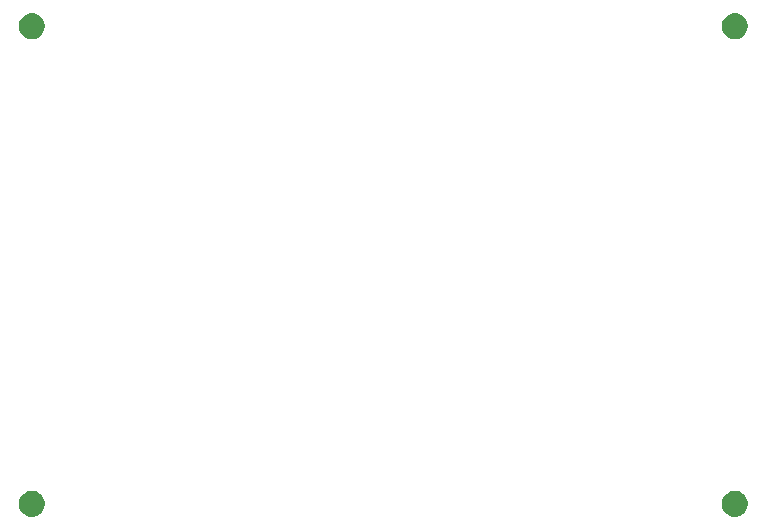
<source format=gts>
G04 #@! TF.GenerationSoftware,KiCad,Pcbnew,(5.1.4-0-10_14)*
G04 #@! TF.CreationDate,2019-11-24T20:30:42+09:00*
G04 #@! TF.ProjectId,palette1202-COM_front,70616c65-7474-4653-9132-30322d434f4d,rev?*
G04 #@! TF.SameCoordinates,Original*
G04 #@! TF.FileFunction,Soldermask,Top*
G04 #@! TF.FilePolarity,Negative*
%FSLAX46Y46*%
G04 Gerber Fmt 4.6, Leading zero omitted, Abs format (unit mm)*
G04 Created by KiCad (PCBNEW (5.1.4-0-10_14)) date 2019-11-24 20:30:42*
%MOMM*%
%LPD*%
G04 APERTURE LIST*
%ADD10C,0.100000*%
G04 APERTURE END LIST*
D10*
G36*
X162806795Y-110349956D02*
G01*
X162913150Y-110371111D01*
X163113520Y-110454107D01*
X163293844Y-110574595D01*
X163447205Y-110727956D01*
X163567693Y-110908280D01*
X163650689Y-111108651D01*
X163693000Y-111321360D01*
X163693000Y-111538240D01*
X163650689Y-111750949D01*
X163567693Y-111951320D01*
X163447205Y-112131644D01*
X163293844Y-112285005D01*
X163113520Y-112405493D01*
X163013334Y-112446991D01*
X162913150Y-112488489D01*
X162806794Y-112509645D01*
X162700440Y-112530800D01*
X162483560Y-112530800D01*
X162377206Y-112509645D01*
X162270850Y-112488489D01*
X162170666Y-112446991D01*
X162070480Y-112405493D01*
X161890156Y-112285005D01*
X161736795Y-112131644D01*
X161616307Y-111951320D01*
X161533311Y-111750949D01*
X161491000Y-111538240D01*
X161491000Y-111321360D01*
X161533311Y-111108651D01*
X161616307Y-110908280D01*
X161736795Y-110727956D01*
X161890156Y-110574595D01*
X162070480Y-110454107D01*
X162270850Y-110371111D01*
X162377205Y-110349956D01*
X162483560Y-110328800D01*
X162700440Y-110328800D01*
X162806795Y-110349956D01*
X162806795Y-110349956D01*
G37*
G36*
X103287995Y-110349956D02*
G01*
X103394350Y-110371111D01*
X103594720Y-110454107D01*
X103775044Y-110574595D01*
X103928405Y-110727956D01*
X104048893Y-110908280D01*
X104131889Y-111108651D01*
X104174200Y-111321360D01*
X104174200Y-111538240D01*
X104131889Y-111750949D01*
X104048893Y-111951320D01*
X103928405Y-112131644D01*
X103775044Y-112285005D01*
X103594720Y-112405493D01*
X103494534Y-112446991D01*
X103394350Y-112488489D01*
X103287994Y-112509645D01*
X103181640Y-112530800D01*
X102964760Y-112530800D01*
X102858406Y-112509645D01*
X102752050Y-112488489D01*
X102651866Y-112446991D01*
X102551680Y-112405493D01*
X102371356Y-112285005D01*
X102217995Y-112131644D01*
X102097507Y-111951320D01*
X102014511Y-111750949D01*
X101972200Y-111538240D01*
X101972200Y-111321360D01*
X102014511Y-111108651D01*
X102097507Y-110908280D01*
X102217995Y-110727956D01*
X102371356Y-110574595D01*
X102551680Y-110454107D01*
X102752050Y-110371111D01*
X102858405Y-110349956D01*
X102964760Y-110328800D01*
X103181640Y-110328800D01*
X103287995Y-110349956D01*
X103287995Y-110349956D01*
G37*
G36*
X162806795Y-69913156D02*
G01*
X162913150Y-69934311D01*
X163013334Y-69975809D01*
X163113520Y-70017307D01*
X163293844Y-70137795D01*
X163447205Y-70291156D01*
X163567693Y-70471480D01*
X163650689Y-70671851D01*
X163693000Y-70884560D01*
X163693000Y-71101440D01*
X163650689Y-71314149D01*
X163567693Y-71514520D01*
X163447205Y-71694844D01*
X163293844Y-71848205D01*
X163113520Y-71968693D01*
X162913150Y-72051689D01*
X162806794Y-72072845D01*
X162700440Y-72094000D01*
X162483560Y-72094000D01*
X162377206Y-72072845D01*
X162270850Y-72051689D01*
X162070480Y-71968693D01*
X161890156Y-71848205D01*
X161736795Y-71694844D01*
X161616307Y-71514520D01*
X161533311Y-71314149D01*
X161491000Y-71101440D01*
X161491000Y-70884560D01*
X161533311Y-70671851D01*
X161616307Y-70471480D01*
X161736795Y-70291156D01*
X161890156Y-70137795D01*
X162070480Y-70017307D01*
X162170666Y-69975809D01*
X162270850Y-69934311D01*
X162377205Y-69913156D01*
X162483560Y-69892000D01*
X162700440Y-69892000D01*
X162806795Y-69913156D01*
X162806795Y-69913156D01*
G37*
G36*
X103287995Y-69913156D02*
G01*
X103394350Y-69934311D01*
X103494534Y-69975809D01*
X103594720Y-70017307D01*
X103775044Y-70137795D01*
X103928405Y-70291156D01*
X104048893Y-70471480D01*
X104131889Y-70671851D01*
X104174200Y-70884560D01*
X104174200Y-71101440D01*
X104131889Y-71314149D01*
X104048893Y-71514520D01*
X103928405Y-71694844D01*
X103775044Y-71848205D01*
X103594720Y-71968693D01*
X103394350Y-72051689D01*
X103287994Y-72072845D01*
X103181640Y-72094000D01*
X102964760Y-72094000D01*
X102858406Y-72072845D01*
X102752050Y-72051689D01*
X102551680Y-71968693D01*
X102371356Y-71848205D01*
X102217995Y-71694844D01*
X102097507Y-71514520D01*
X102014511Y-71314149D01*
X101972200Y-71101440D01*
X101972200Y-70884560D01*
X102014511Y-70671851D01*
X102097507Y-70471480D01*
X102217995Y-70291156D01*
X102371356Y-70137795D01*
X102551680Y-70017307D01*
X102651866Y-69975809D01*
X102752050Y-69934311D01*
X102858405Y-69913156D01*
X102964760Y-69892000D01*
X103181640Y-69892000D01*
X103287995Y-69913156D01*
X103287995Y-69913156D01*
G37*
M02*

</source>
